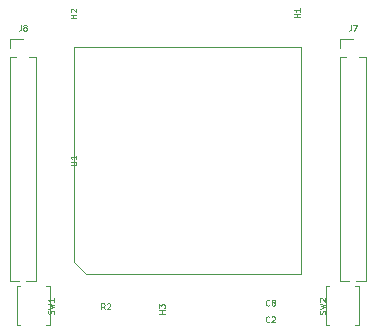
<source format=gbr>
G04 #@! TF.GenerationSoftware,KiCad,Pcbnew,5.1.7-a382d34a8~87~ubuntu18.04.1*
G04 #@! TF.CreationDate,2020-10-22T16:40:06+03:00*
G04 #@! TF.ProjectId,FreeSmart157AAC_29mm_module,46726565-536d-4617-9274-313537414143,rev?*
G04 #@! TF.SameCoordinates,Original*
G04 #@! TF.FileFunction,Legend,Top*
G04 #@! TF.FilePolarity,Positive*
%FSLAX46Y46*%
G04 Gerber Fmt 4.6, Leading zero omitted, Abs format (unit mm)*
G04 Created by KiCad (PCBNEW 5.1.7-a382d34a8~87~ubuntu18.04.1) date 2020-10-22 16:40:06*
%MOMM*%
%LPD*%
G01*
G04 APERTURE LIST*
%ADD10C,0.120000*%
%ADD11C,0.125000*%
G04 APERTURE END LIST*
D10*
X14200000Y-13950000D02*
X14500000Y-13950000D01*
X14500000Y-13950000D02*
X14500000Y-10650000D01*
X14500000Y-10650000D02*
X14200000Y-10650000D01*
X12000000Y-13950000D02*
X11700000Y-13950000D01*
X11700000Y-13950000D02*
X11700000Y-10650000D01*
X11700000Y-10650000D02*
X12000000Y-10650000D01*
X-12000000Y-13950000D02*
X-11700000Y-13950000D01*
X-11700000Y-13950000D02*
X-11700000Y-10650000D01*
X-11700000Y-10650000D02*
X-12000000Y-10650000D01*
X-14200000Y-13950000D02*
X-14500000Y-13950000D01*
X-14500000Y-13950000D02*
X-14500000Y-10650000D01*
X-14500000Y-10650000D02*
X-14200000Y-10650000D01*
X-9600000Y9600000D02*
X-9600000Y-8600000D01*
X9600000Y9600000D02*
X-9600000Y9600000D01*
X9600000Y-9600000D02*
X9600000Y9600000D01*
X-8600000Y-9600000D02*
X9600000Y-9600000D01*
X-9600000Y-8600000D02*
X-8600000Y-9600000D01*
X12860000Y10285000D02*
X13970000Y10285000D01*
X12860000Y9525000D02*
X12860000Y10285000D01*
X14533471Y8765000D02*
X15080000Y8765000D01*
X12860000Y8765000D02*
X13406529Y8765000D01*
X15080000Y8765000D02*
X15080000Y-10220000D01*
X12860000Y8765000D02*
X12860000Y-10220000D01*
X14277530Y-10220000D02*
X15080000Y-10220000D01*
X12860000Y-10220000D02*
X13662470Y-10220000D01*
X-15080000Y-10220000D02*
X-14277530Y-10220000D01*
X-13662470Y-10220000D02*
X-12860000Y-10220000D01*
X-15080000Y8765000D02*
X-15080000Y-10220000D01*
X-12860000Y8765000D02*
X-12860000Y-10220000D01*
X-15080000Y8765000D02*
X-14533471Y8765000D01*
X-13406529Y8765000D02*
X-12860000Y8765000D01*
X-15080000Y9525000D02*
X-15080000Y10285000D01*
X-15080000Y10285000D02*
X-13970000Y10285000D01*
D11*
X11632380Y-12985666D02*
X11656190Y-12914238D01*
X11656190Y-12795190D01*
X11632380Y-12747571D01*
X11608571Y-12723761D01*
X11560952Y-12699952D01*
X11513333Y-12699952D01*
X11465714Y-12723761D01*
X11441904Y-12747571D01*
X11418095Y-12795190D01*
X11394285Y-12890428D01*
X11370476Y-12938047D01*
X11346666Y-12961857D01*
X11299047Y-12985666D01*
X11251428Y-12985666D01*
X11203809Y-12961857D01*
X11180000Y-12938047D01*
X11156190Y-12890428D01*
X11156190Y-12771380D01*
X11180000Y-12699952D01*
X11156190Y-12533285D02*
X11656190Y-12414238D01*
X11299047Y-12319000D01*
X11656190Y-12223761D01*
X11156190Y-12104714D01*
X11203809Y-11938047D02*
X11180000Y-11914238D01*
X11156190Y-11866619D01*
X11156190Y-11747571D01*
X11180000Y-11699952D01*
X11203809Y-11676142D01*
X11251428Y-11652333D01*
X11299047Y-11652333D01*
X11370476Y-11676142D01*
X11656190Y-11961857D01*
X11656190Y-11652333D01*
X-11354619Y-12985666D02*
X-11330809Y-12914238D01*
X-11330809Y-12795190D01*
X-11354619Y-12747571D01*
X-11378428Y-12723761D01*
X-11426047Y-12699952D01*
X-11473666Y-12699952D01*
X-11521285Y-12723761D01*
X-11545095Y-12747571D01*
X-11568904Y-12795190D01*
X-11592714Y-12890428D01*
X-11616523Y-12938047D01*
X-11640333Y-12961857D01*
X-11687952Y-12985666D01*
X-11735571Y-12985666D01*
X-11783190Y-12961857D01*
X-11807000Y-12938047D01*
X-11830809Y-12890428D01*
X-11830809Y-12771380D01*
X-11807000Y-12699952D01*
X-11830809Y-12533285D02*
X-11330809Y-12414238D01*
X-11687952Y-12319000D01*
X-11330809Y-12223761D01*
X-11830809Y-12104714D01*
X-11330809Y-11652333D02*
X-11330809Y-11938047D01*
X-11330809Y-11795190D02*
X-11830809Y-11795190D01*
X-11759380Y-11842809D01*
X-11711761Y-11890428D01*
X-11687952Y-11938047D01*
X-9925809Y-380952D02*
X-9521047Y-380952D01*
X-9473428Y-357142D01*
X-9449619Y-333333D01*
X-9425809Y-285714D01*
X-9425809Y-190476D01*
X-9449619Y-142857D01*
X-9473428Y-119047D01*
X-9521047Y-95238D01*
X-9925809Y-95238D01*
X-9425809Y404761D02*
X-9425809Y119047D01*
X-9425809Y261904D02*
X-9925809Y261904D01*
X-9854380Y214285D01*
X-9806761Y166666D01*
X-9782952Y119047D01*
X6901666Y-12243571D02*
X6877857Y-12267380D01*
X6806428Y-12291190D01*
X6758809Y-12291190D01*
X6687380Y-12267380D01*
X6639761Y-12219761D01*
X6615952Y-12172142D01*
X6592142Y-12076904D01*
X6592142Y-12005476D01*
X6615952Y-11910238D01*
X6639761Y-11862619D01*
X6687380Y-11815000D01*
X6758809Y-11791190D01*
X6806428Y-11791190D01*
X6877857Y-11815000D01*
X6901666Y-11838809D01*
X7187380Y-12005476D02*
X7139761Y-11981666D01*
X7115952Y-11957857D01*
X7092142Y-11910238D01*
X7092142Y-11886428D01*
X7115952Y-11838809D01*
X7139761Y-11815000D01*
X7187380Y-11791190D01*
X7282619Y-11791190D01*
X7330238Y-11815000D01*
X7354047Y-11838809D01*
X7377857Y-11886428D01*
X7377857Y-11910238D01*
X7354047Y-11957857D01*
X7330238Y-11981666D01*
X7282619Y-12005476D01*
X7187380Y-12005476D01*
X7139761Y-12029285D01*
X7115952Y-12053095D01*
X7092142Y-12100714D01*
X7092142Y-12195952D01*
X7115952Y-12243571D01*
X7139761Y-12267380D01*
X7187380Y-12291190D01*
X7282619Y-12291190D01*
X7330238Y-12267380D01*
X7354047Y-12243571D01*
X7377857Y-12195952D01*
X7377857Y-12100714D01*
X7354047Y-12053095D01*
X7330238Y-12029285D01*
X7282619Y-12005476D01*
X-7033333Y-12596190D02*
X-7200000Y-12358095D01*
X-7319047Y-12596190D02*
X-7319047Y-12096190D01*
X-7128571Y-12096190D01*
X-7080952Y-12120000D01*
X-7057142Y-12143809D01*
X-7033333Y-12191428D01*
X-7033333Y-12262857D01*
X-7057142Y-12310476D01*
X-7080952Y-12334285D01*
X-7128571Y-12358095D01*
X-7319047Y-12358095D01*
X-6842857Y-12143809D02*
X-6819047Y-12120000D01*
X-6771428Y-12096190D01*
X-6652380Y-12096190D01*
X-6604761Y-12120000D01*
X-6580952Y-12143809D01*
X-6557142Y-12191428D01*
X-6557142Y-12239047D01*
X-6580952Y-12310476D01*
X-6866666Y-12596190D01*
X-6557142Y-12596190D01*
X6901666Y-13640571D02*
X6877857Y-13664380D01*
X6806428Y-13688190D01*
X6758809Y-13688190D01*
X6687380Y-13664380D01*
X6639761Y-13616761D01*
X6615952Y-13569142D01*
X6592142Y-13473904D01*
X6592142Y-13402476D01*
X6615952Y-13307238D01*
X6639761Y-13259619D01*
X6687380Y-13212000D01*
X6758809Y-13188190D01*
X6806428Y-13188190D01*
X6877857Y-13212000D01*
X6901666Y-13235809D01*
X7092142Y-13235809D02*
X7115952Y-13212000D01*
X7163571Y-13188190D01*
X7282619Y-13188190D01*
X7330238Y-13212000D01*
X7354047Y-13235809D01*
X7377857Y-13283428D01*
X7377857Y-13331047D01*
X7354047Y-13402476D01*
X7068333Y-13688190D01*
X7377857Y-13688190D01*
X13803333Y11493809D02*
X13803333Y11136666D01*
X13779523Y11065238D01*
X13731904Y11017619D01*
X13660476Y10993809D01*
X13612857Y10993809D01*
X13993809Y11493809D02*
X14327142Y11493809D01*
X14112857Y10993809D01*
X-14136666Y11493809D02*
X-14136666Y11136666D01*
X-14160476Y11065238D01*
X-14208095Y11017619D01*
X-14279523Y10993809D01*
X-14327142Y10993809D01*
X-13827142Y11279523D02*
X-13874761Y11303333D01*
X-13898571Y11327142D01*
X-13922380Y11374761D01*
X-13922380Y11398571D01*
X-13898571Y11446190D01*
X-13874761Y11470000D01*
X-13827142Y11493809D01*
X-13731904Y11493809D01*
X-13684285Y11470000D01*
X-13660476Y11446190D01*
X-13636666Y11398571D01*
X-13636666Y11374761D01*
X-13660476Y11327142D01*
X-13684285Y11303333D01*
X-13731904Y11279523D01*
X-13827142Y11279523D01*
X-13874761Y11255714D01*
X-13898571Y11231904D01*
X-13922380Y11184285D01*
X-13922380Y11089047D01*
X-13898571Y11041428D01*
X-13874761Y11017619D01*
X-13827142Y10993809D01*
X-13731904Y10993809D01*
X-13684285Y11017619D01*
X-13660476Y11041428D01*
X-13636666Y11089047D01*
X-13636666Y11184285D01*
X-13660476Y11231904D01*
X-13684285Y11255714D01*
X-13731904Y11279523D01*
X9526190Y12119047D02*
X9026190Y12119047D01*
X9264285Y12119047D02*
X9264285Y12404761D01*
X9526190Y12404761D02*
X9026190Y12404761D01*
X9526190Y12904761D02*
X9526190Y12619047D01*
X9526190Y12761904D02*
X9026190Y12761904D01*
X9097619Y12714285D01*
X9145238Y12666666D01*
X9169047Y12619047D01*
X-9425809Y12065047D02*
X-9925809Y12065047D01*
X-9687714Y12065047D02*
X-9687714Y12350761D01*
X-9425809Y12350761D02*
X-9925809Y12350761D01*
X-9878190Y12565047D02*
X-9902000Y12588857D01*
X-9925809Y12636476D01*
X-9925809Y12755523D01*
X-9902000Y12803142D01*
X-9878190Y12826952D01*
X-9830571Y12850761D01*
X-9782952Y12850761D01*
X-9711523Y12826952D01*
X-9425809Y12541238D01*
X-9425809Y12850761D01*
X-1932809Y-12953952D02*
X-2432809Y-12953952D01*
X-2194714Y-12953952D02*
X-2194714Y-12668238D01*
X-1932809Y-12668238D02*
X-2432809Y-12668238D01*
X-2432809Y-12477761D02*
X-2432809Y-12168238D01*
X-2242333Y-12334904D01*
X-2242333Y-12263476D01*
X-2218523Y-12215857D01*
X-2194714Y-12192047D01*
X-2147095Y-12168238D01*
X-2028047Y-12168238D01*
X-1980428Y-12192047D01*
X-1956619Y-12215857D01*
X-1932809Y-12263476D01*
X-1932809Y-12406333D01*
X-1956619Y-12453952D01*
X-1980428Y-12477761D01*
M02*

</source>
